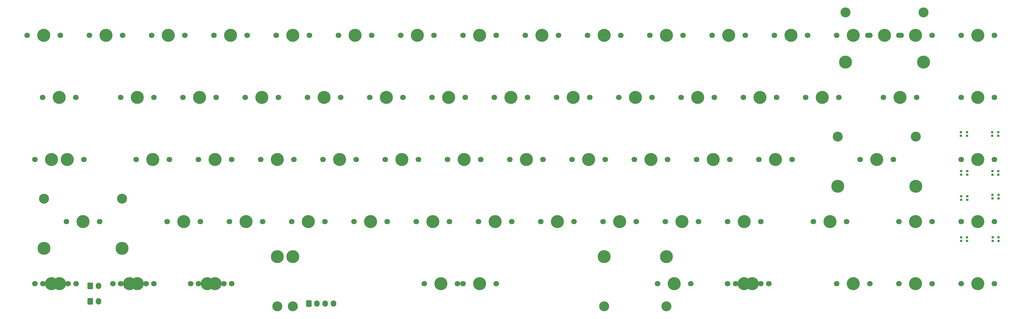
<source format=gbr>
%TF.GenerationSoftware,KiCad,Pcbnew,8.99.0-2641-g1a24c99a2a*%
%TF.CreationDate,2024-10-13T14:08:58+07:00*%
%TF.ProjectId,think65v3,7468696e-6b36-4357-9633-2e6b69636164,rev?*%
%TF.SameCoordinates,Original*%
%TF.FileFunction,Soldermask,Top*%
%TF.FilePolarity,Negative*%
%FSLAX46Y46*%
G04 Gerber Fmt 4.6, Leading zero omitted, Abs format (unit mm)*
G04 Created by KiCad (PCBNEW 8.99.0-2641-g1a24c99a2a) date 2024-10-13 14:08:58*
%MOMM*%
%LPD*%
G01*
G04 APERTURE LIST*
G04 Aperture macros list*
%AMRoundRect*
0 Rectangle with rounded corners*
0 $1 Rounding radius*
0 $2 $3 $4 $5 $6 $7 $8 $9 X,Y pos of 4 corners*
0 Add a 4 corners polygon primitive as box body*
4,1,4,$2,$3,$4,$5,$6,$7,$8,$9,$2,$3,0*
0 Add four circle primitives for the rounded corners*
1,1,$1+$1,$2,$3*
1,1,$1+$1,$4,$5*
1,1,$1+$1,$6,$7*
1,1,$1+$1,$8,$9*
0 Add four rect primitives between the rounded corners*
20,1,$1+$1,$2,$3,$4,$5,0*
20,1,$1+$1,$4,$5,$6,$7,0*
20,1,$1+$1,$6,$7,$8,$9,0*
20,1,$1+$1,$8,$9,$2,$3,0*%
G04 Aperture macros list end*
%ADD10C,1.700000*%
%ADD11C,4.000000*%
%ADD12R,0.700000X0.700000*%
%ADD13RoundRect,0.250000X-0.600000X-0.725000X0.600000X-0.725000X0.600000X0.725000X-0.600000X0.725000X0*%
%ADD14O,1.700000X1.950000*%
%ADD15RoundRect,0.250000X-0.600000X-0.750000X0.600000X-0.750000X0.600000X0.750000X-0.600000X0.750000X0*%
%ADD16O,1.700000X2.000000*%
%ADD17C,3.987800*%
%ADD18C,3.048000*%
G04 APERTURE END LIST*
D10*
%TO.C,SW101*%
X177548907Y-87644682D03*
D11*
X182628907Y-87644682D03*
D10*
X187708907Y-87644682D03*
%TD*%
%TO.C,SW88*%
X210878907Y-87637182D03*
D11*
X215958907Y-87637182D03*
D10*
X221038907Y-87637182D03*
%TD*%
%TO.C,SW34*%
X29903907Y-30487182D03*
D11*
X34983907Y-30487182D03*
D10*
X40063907Y-30487182D03*
%TD*%
%TO.C,SW27*%
X172778907Y-11437182D03*
D11*
X177858907Y-11437182D03*
D10*
X182938907Y-11437182D03*
%TD*%
%TO.C,SW65*%
X63241407Y-68587182D03*
D11*
X68321407Y-68587182D03*
D10*
X73401407Y-68587182D03*
%TD*%
%TO.C,SW33*%
X10853907Y-30487182D03*
D11*
X15933907Y-30487182D03*
D10*
X21013907Y-30487182D03*
%TD*%
D12*
%TO.C,Drgb1*%
X258583907Y-73384682D03*
X258583907Y-74484682D03*
X260413907Y-74484682D03*
X260413907Y-73384682D03*
%TD*%
D10*
%TO.C,SW44*%
X225166907Y-30487182D03*
D11*
X230246907Y-30487182D03*
D10*
X235326907Y-30487182D03*
%TD*%
%TO.C,SW90*%
X248978907Y-87637182D03*
D11*
X254058907Y-87637182D03*
D10*
X259138907Y-87637182D03*
%TD*%
%TO.C,SW32*%
X-8196093Y-30487182D03*
D11*
X-3116093Y-30487182D03*
D10*
X1963907Y-30487182D03*
%TD*%
%TO.C,SW46*%
X-29627093Y-49537182D03*
D11*
X-24547093Y-49537182D03*
D10*
X-19467093Y-49537182D03*
%TD*%
%TO.C,SW23*%
X96578907Y-11437182D03*
D11*
X101658907Y-11437182D03*
D10*
X106738907Y-11437182D03*
%TD*%
D12*
%TO.C,rgb6*%
X260393907Y-61484682D03*
X260393907Y-60384682D03*
X258563907Y-60384682D03*
X258563907Y-61484682D03*
%TD*%
D13*
%TO.C,J1*%
X49400000Y-93700000D03*
D14*
X51900000Y-93700000D03*
X54400000Y-93700000D03*
X56900000Y-93700000D03*
%TD*%
D10*
%TO.C,SW48*%
X15616407Y-49537182D03*
D11*
X20696407Y-49537182D03*
D10*
X25776407Y-49537182D03*
%TD*%
%TO.C,SW49*%
X34666407Y-49537182D03*
D11*
X39746407Y-49537182D03*
D10*
X44826407Y-49537182D03*
%TD*%
%TO.C,SW18*%
X1328907Y-11437182D03*
D11*
X6408907Y-11437182D03*
D10*
X11488907Y-11437182D03*
%TD*%
%TO.C,SW52*%
X91816407Y-49537182D03*
D11*
X96896407Y-49537182D03*
D10*
X101976407Y-49537182D03*
%TD*%
%TO.C,SW35*%
X48953907Y-30487182D03*
D11*
X54033907Y-30487182D03*
D10*
X59113907Y-30487182D03*
%TD*%
%TO.C,SW78*%
X13234907Y-87637182D03*
D11*
X18314907Y-87637182D03*
D10*
X23394907Y-87637182D03*
%TD*%
%TO.C,SW97*%
X-8161093Y-87639682D03*
D11*
X-3081093Y-87639682D03*
D10*
X1998907Y-87639682D03*
%TD*%
%TO.C,SW70*%
X158491407Y-68587182D03*
D11*
X163571407Y-68587182D03*
D10*
X168651407Y-68587182D03*
%TD*%
D12*
%TO.C,Drgb2*%
X248943907Y-73424682D03*
X248943907Y-74524682D03*
X250773907Y-74524682D03*
X250773907Y-73424682D03*
%TD*%
D10*
%TO.C,SW31*%
X-32008093Y-30487182D03*
D11*
X-26928093Y-30487182D03*
D10*
X-21848093Y-30487182D03*
%TD*%
%TO.C,SW20*%
X39428907Y-11437182D03*
D11*
X44508907Y-11437182D03*
D10*
X49588907Y-11437182D03*
%TD*%
%TO.C,SW54*%
X129916407Y-49537182D03*
D11*
X134996407Y-49537182D03*
D10*
X140076407Y-49537182D03*
%TD*%
D15*
%TO.C,SWb\u00F4trst1*%
X-17450000Y-93100000D03*
D16*
X-14950000Y-93100000D03*
%TD*%
D10*
%TO.C,SW86*%
X179922407Y-87637182D03*
D11*
X185002407Y-87637182D03*
D10*
X190082407Y-87637182D03*
%TD*%
D12*
%TO.C,rgb5*%
X250803907Y-61944682D03*
X250803907Y-60844682D03*
X248973907Y-60844682D03*
X248973907Y-61944682D03*
%TD*%
D10*
%TO.C,SW26*%
X153728907Y-11437182D03*
D11*
X158808907Y-11437182D03*
D10*
X163888907Y-11437182D03*
%TD*%
%TO.C,SW73*%
X229928907Y-68587182D03*
D11*
X235008907Y-68587182D03*
D10*
X240088907Y-68587182D03*
%TD*%
%TO.C,SW66*%
X82291407Y-68587182D03*
D11*
X87371407Y-68587182D03*
D10*
X92451407Y-68587182D03*
%TD*%
%TO.C,SW19*%
X20378907Y-11437182D03*
D11*
X25458907Y-11437182D03*
D10*
X30538907Y-11437182D03*
%TD*%
%TO.C,SW50*%
X53716407Y-49537182D03*
D11*
X58796407Y-49537182D03*
D10*
X63876407Y-49537182D03*
%TD*%
%TO.C,SW67*%
X101341407Y-68587182D03*
D11*
X106421407Y-68587182D03*
D10*
X111501407Y-68587182D03*
%TD*%
D17*
%TO.C,SW99*%
X44518907Y-79384682D03*
D18*
X44518907Y-94624682D03*
D10*
X96588907Y-87639682D03*
D11*
X101668907Y-87639682D03*
D10*
X106748907Y-87639682D03*
D17*
X158818907Y-79384682D03*
D18*
X158818907Y-94624682D03*
%TD*%
D12*
%TO.C,rgb4*%
X248963907Y-53094682D03*
X248963907Y-54194682D03*
X250793907Y-54194682D03*
X250793907Y-53094682D03*
%TD*%
D10*
%TO.C,SW57*%
X187066407Y-49537182D03*
D11*
X192146407Y-49537182D03*
D10*
X197226407Y-49537182D03*
%TD*%
%TO.C,SW41*%
X163253907Y-30487182D03*
D11*
X168333907Y-30487182D03*
D10*
X173413907Y-30487182D03*
%TD*%
%TO.C,SW51*%
X72766407Y-49537182D03*
D11*
X77846407Y-49537182D03*
D10*
X82926407Y-49537182D03*
%TD*%
D17*
%TO.C,SW82*%
X39752507Y-79382182D03*
D18*
X39752507Y-94622182D03*
D10*
X84672407Y-87637182D03*
D11*
X89752407Y-87637182D03*
D10*
X94832407Y-87637182D03*
D17*
X139752307Y-79382182D03*
D18*
X139752307Y-94622182D03*
%TD*%
D10*
%TO.C,SW25*%
X134678907Y-11437182D03*
D11*
X139758907Y-11437182D03*
D10*
X144838907Y-11437182D03*
%TD*%
%TO.C,SW28*%
X191828907Y-11437182D03*
D11*
X196908907Y-11437182D03*
D10*
X201988907Y-11437182D03*
%TD*%
%TO.C,SW72*%
X203735407Y-68587182D03*
D11*
X208815407Y-68587182D03*
D10*
X213895407Y-68587182D03*
%TD*%
%TO.C,SW89*%
X229928907Y-87637182D03*
D11*
X235008907Y-87637182D03*
D10*
X240088907Y-87637182D03*
%TD*%
%TO.C,SW38*%
X106103907Y-30487182D03*
D11*
X111183907Y-30487182D03*
D10*
X116263907Y-30487182D03*
%TD*%
D12*
%TO.C,rgb3*%
X258513907Y-53114682D03*
X258513907Y-54214682D03*
X260343907Y-54214682D03*
X260343907Y-53114682D03*
%TD*%
D10*
%TO.C,SW16*%
X-36771093Y-11437182D03*
D11*
X-31691093Y-11437182D03*
D10*
X-26611093Y-11437182D03*
%TD*%
%TO.C,SW40*%
X144203907Y-30487182D03*
D11*
X149283907Y-30487182D03*
D10*
X154363907Y-30487182D03*
%TD*%
%TO.C,SW60*%
X248978907Y-49537182D03*
D11*
X254058907Y-49537182D03*
D10*
X259138907Y-49537182D03*
%TD*%
%TO.C,SW55*%
X148966407Y-49537182D03*
D11*
X154046407Y-49537182D03*
D10*
X159126407Y-49537182D03*
%TD*%
%TO.C,SW76*%
X-34390093Y-87637182D03*
D11*
X-29310093Y-87637182D03*
D10*
X-24230093Y-87637182D03*
%TD*%
%TO.C,SW96*%
X-31961093Y-87644682D03*
D11*
X-26881093Y-87644682D03*
D10*
X-21801093Y-87644682D03*
%TD*%
%TO.C,SW75*%
X248978907Y-68587182D03*
D11*
X254058907Y-68587182D03*
D10*
X259138907Y-68587182D03*
%TD*%
%TO.C,SW71*%
X177541407Y-68587182D03*
D11*
X182621407Y-68587182D03*
D10*
X187701407Y-68587182D03*
%TD*%
%TO.C,SW87*%
X229928907Y-11437182D03*
D11*
X235008907Y-11437182D03*
D10*
X240088907Y-11437182D03*
%TD*%
%TO.C,SW98*%
X15628907Y-87654682D03*
D11*
X20708907Y-87654682D03*
D10*
X25788907Y-87654682D03*
%TD*%
%TO.C,SW47*%
X-3433593Y-49537182D03*
D11*
X1646407Y-49537182D03*
D10*
X6726407Y-49537182D03*
%TD*%
%TO.C,SW37*%
X87053907Y-30487182D03*
D11*
X92133907Y-30487182D03*
D10*
X97213907Y-30487182D03*
%TD*%
%TO.C,SW56*%
X168016407Y-49537182D03*
D11*
X173096407Y-49537182D03*
D10*
X178176407Y-49537182D03*
%TD*%
%TO.C,SW21*%
X58478907Y-11437182D03*
D11*
X63558907Y-11437182D03*
D10*
X68638907Y-11437182D03*
%TD*%
%TO.C,SW39*%
X125153907Y-30487182D03*
D11*
X130233907Y-30487182D03*
D10*
X135313907Y-30487182D03*
%TD*%
D18*
%TO.C,SW61*%
X-31648493Y-61602182D03*
D17*
X-31648493Y-76842182D03*
D10*
X-24790493Y-68587182D03*
D11*
X-19710493Y-68587182D03*
D10*
X-14630493Y-68587182D03*
D18*
X-7772493Y-61602182D03*
D17*
X-7772493Y-76842182D03*
%TD*%
D10*
%TO.C,SW45*%
X248978907Y-30487182D03*
D11*
X254058907Y-30487182D03*
D10*
X259138907Y-30487182D03*
%TD*%
%TO.C,SW53*%
X110866407Y-49537182D03*
D11*
X115946407Y-49537182D03*
D10*
X121026407Y-49537182D03*
%TD*%
D12*
%TO.C,rgb1*%
X250723907Y-42284682D03*
X250723907Y-41184682D03*
X248893907Y-41184682D03*
X248893907Y-42284682D03*
%TD*%
%TO.C,rgb2*%
X260303907Y-42284682D03*
X260303907Y-41184682D03*
X258473907Y-41184682D03*
X258473907Y-42284682D03*
%TD*%
D10*
%TO.C,SW69*%
X139441407Y-68587182D03*
D11*
X144521407Y-68587182D03*
D10*
X149601407Y-68587182D03*
%TD*%
%TO.C,SW22*%
X77528907Y-11437182D03*
D11*
X82608907Y-11437182D03*
D10*
X87688907Y-11437182D03*
%TD*%
%TO.C,SW30*%
X248978907Y-11437182D03*
D11*
X254058907Y-11437182D03*
D10*
X259138907Y-11437182D03*
%TD*%
%TO.C,SW68*%
X120391407Y-68587182D03*
D11*
X125471407Y-68587182D03*
D10*
X130551407Y-68587182D03*
%TD*%
D15*
%TO.C,SWb\u00F4t1*%
X-17450000Y-88300000D03*
D16*
X-14950000Y-88300000D03*
%TD*%
D10*
%TO.C,SW17*%
X-17721093Y-11437182D03*
D11*
X-12641093Y-11437182D03*
D10*
X-7561093Y-11437182D03*
%TD*%
%TO.C,SW100*%
X-34390093Y-49537182D03*
D11*
X-29310093Y-49537182D03*
D10*
X-24230093Y-49537182D03*
%TD*%
%TO.C,SW43*%
X201353907Y-30487182D03*
D11*
X206433907Y-30487182D03*
D10*
X211513907Y-30487182D03*
%TD*%
D18*
%TO.C,SW58*%
X211239007Y-42552182D03*
D17*
X211239007Y-57792182D03*
D10*
X218097007Y-49537182D03*
D11*
X223177007Y-49537182D03*
D10*
X228257007Y-49537182D03*
D18*
X235115007Y-42552182D03*
D17*
X235115007Y-57792182D03*
%TD*%
D10*
%TO.C,SW64*%
X44191407Y-68587182D03*
D11*
X49271407Y-68587182D03*
D10*
X54351407Y-68587182D03*
%TD*%
%TO.C,SW63*%
X25141407Y-68587182D03*
D11*
X30221407Y-68587182D03*
D10*
X35301407Y-68587182D03*
%TD*%
%TO.C,SW77*%
X-10577593Y-87637182D03*
D11*
X-5497593Y-87637182D03*
D10*
X-417593Y-87637182D03*
%TD*%
%TO.C,SW36*%
X68003907Y-30487182D03*
D11*
X73083907Y-30487182D03*
D10*
X78163907Y-30487182D03*
%TD*%
D18*
%TO.C,SW1001*%
X213545907Y-4452182D03*
D17*
X213545907Y-19692182D03*
D10*
X220403907Y-11437182D03*
D11*
X225483907Y-11437182D03*
D10*
X230563907Y-11437182D03*
D18*
X237421907Y-4452182D03*
D17*
X237421907Y-19692182D03*
%TD*%
D10*
%TO.C,SW24*%
X115628907Y-11437182D03*
D11*
X120708907Y-11437182D03*
D10*
X125788907Y-11437182D03*
%TD*%
%TO.C,SW29*%
X210878907Y-11437182D03*
D11*
X215958907Y-11437182D03*
D10*
X221038907Y-11437182D03*
%TD*%
%TO.C,SW85*%
X156109907Y-87637182D03*
D11*
X161189907Y-87637182D03*
D10*
X166269907Y-87637182D03*
%TD*%
%TO.C,SW62*%
X6091407Y-68587182D03*
D11*
X11171407Y-68587182D03*
D10*
X16251407Y-68587182D03*
%TD*%
%TO.C,SW42*%
X182303907Y-30487182D03*
D11*
X187383907Y-30487182D03*
D10*
X192463907Y-30487182D03*
%TD*%
M02*

</source>
